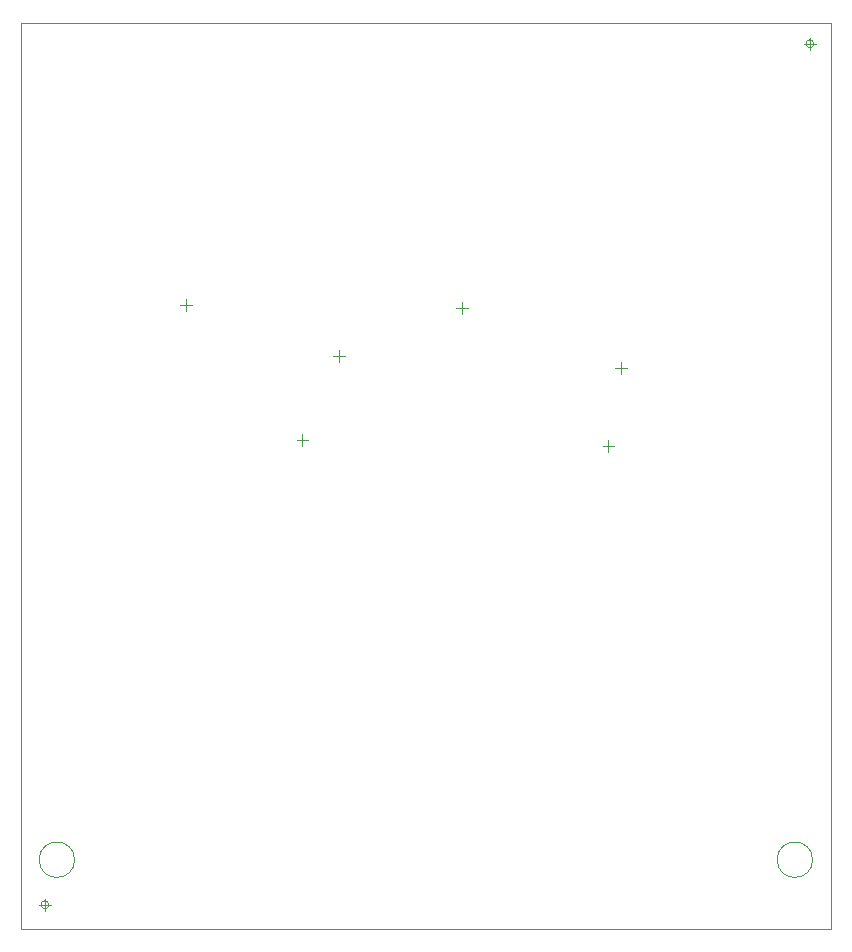
<source format=gbr>
%TF.GenerationSoftware,KiCad,Pcbnew,(5.1.5-0-10_14)*%
%TF.CreationDate,2020-01-10T14:35:19+01:00*%
%TF.ProjectId,adapter_hybrid_assister,61646170-7465-4725-9f68-79627269645f,rev?*%
%TF.SameCoordinates,PX6312cb0PY8accb70*%
%TF.FileFunction,OtherDrawing,Comment*%
%FSLAX45Y45*%
G04 Gerber Fmt 4.5, Leading zero omitted, Abs format (unit mm)*
G04 Created by KiCad (PCBNEW (5.1.5-0-10_14)) date 2020-01-10 14:35:19*
%MOMM*%
%LPD*%
G04 APERTURE LIST*
%TA.AperFunction,Profile*%
%ADD10C,0.050000*%
%TD*%
%TA.AperFunction,Profile*%
%ADD11C,0.100000*%
%TD*%
%ADD12C,0.050000*%
G04 APERTURE END LIST*
D10*
X6713533Y7493000D02*
G75*
G03X6713533Y7493000I-33333J0D01*
G01*
X6630200Y7493000D02*
X6730200Y7493000D01*
X6680200Y7543000D02*
X6680200Y7443000D01*
X236533Y203200D02*
G75*
G03X236533Y203200I-33333J0D01*
G01*
X153200Y203200D02*
X253200Y203200D01*
X203200Y253200D02*
X203200Y153200D01*
X454800Y584200D02*
G75*
G03X454800Y584200I-150000J0D01*
G01*
X6703200Y584200D02*
G75*
G03X6703200Y584200I-150000J0D01*
G01*
X0Y0D02*
X0Y7670800D01*
X6858000Y7670800D02*
X6858000Y0D01*
D11*
X0Y7670800D02*
X6858000Y7670800D01*
X6858000Y0D02*
X0Y0D01*
D12*
%TO.C,C4*%
X2333800Y4140200D02*
X2433800Y4140200D01*
X2383800Y4190200D02*
X2383800Y4090200D01*
%TO.C,C5*%
X4924600Y4089400D02*
X5024600Y4089400D01*
X4974600Y4139400D02*
X4974600Y4039400D01*
%TO.C,C6*%
X1397000Y5229400D02*
X1397000Y5329400D01*
X1447000Y5279400D02*
X1347000Y5279400D01*
%TO.C,C7*%
X3733800Y5304000D02*
X3733800Y5204000D01*
X3783800Y5254000D02*
X3683800Y5254000D01*
%TO.C,C8*%
X2692400Y4797600D02*
X2692400Y4897600D01*
X2742400Y4847600D02*
X2642400Y4847600D01*
%TO.C,C9*%
X5080000Y4796000D02*
X5080000Y4696000D01*
X5130000Y4746000D02*
X5030000Y4746000D01*
%TD*%
M02*

</source>
